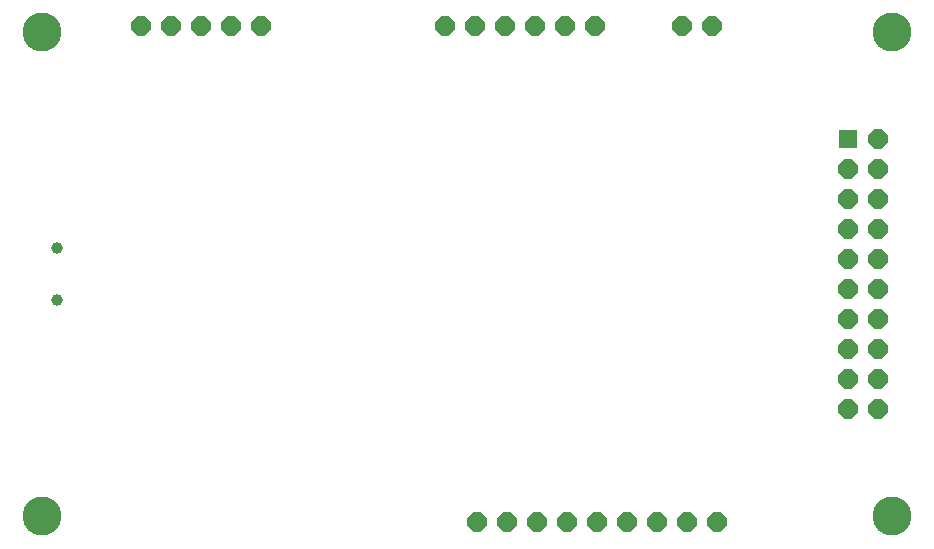
<source format=gbs>
G75*
G70*
%OFA0B0*%
%FSLAX24Y24*%
%IPPOS*%
%LPD*%
%AMOC8*
5,1,8,0,0,1.08239X$1,22.5*
%
%ADD10OC8,0.0640*%
%ADD11C,0.0394*%
%ADD12C,0.1300*%
%ADD13R,0.0640X0.0640*%
D10*
X021501Y004795D03*
X022501Y004795D03*
X023501Y004795D03*
X024501Y004795D03*
X025501Y004795D03*
X026501Y004795D03*
X027501Y004795D03*
X028501Y004795D03*
X029501Y004795D03*
X033859Y008562D03*
X034859Y008562D03*
X034859Y009562D03*
X033859Y009562D03*
X033859Y010562D03*
X034859Y010562D03*
X034859Y011562D03*
X033859Y011562D03*
X033859Y012562D03*
X034859Y012562D03*
X034859Y013562D03*
X033859Y013562D03*
X033859Y014562D03*
X034859Y014562D03*
X034859Y015562D03*
X033859Y015562D03*
X033859Y016562D03*
X034859Y016562D03*
X034859Y017562D03*
X029348Y021330D03*
X028348Y021330D03*
X025442Y021330D03*
X024442Y021330D03*
X023442Y021330D03*
X022442Y021330D03*
X021442Y021330D03*
X020442Y021330D03*
X014312Y021330D03*
X013312Y021330D03*
X012312Y021330D03*
X011312Y021330D03*
X010312Y021330D03*
D11*
X007489Y013929D03*
X007489Y012196D03*
D12*
X006997Y004991D03*
X006997Y021133D03*
X035344Y021133D03*
X035344Y004991D03*
D13*
X033859Y017562D03*
M02*

</source>
